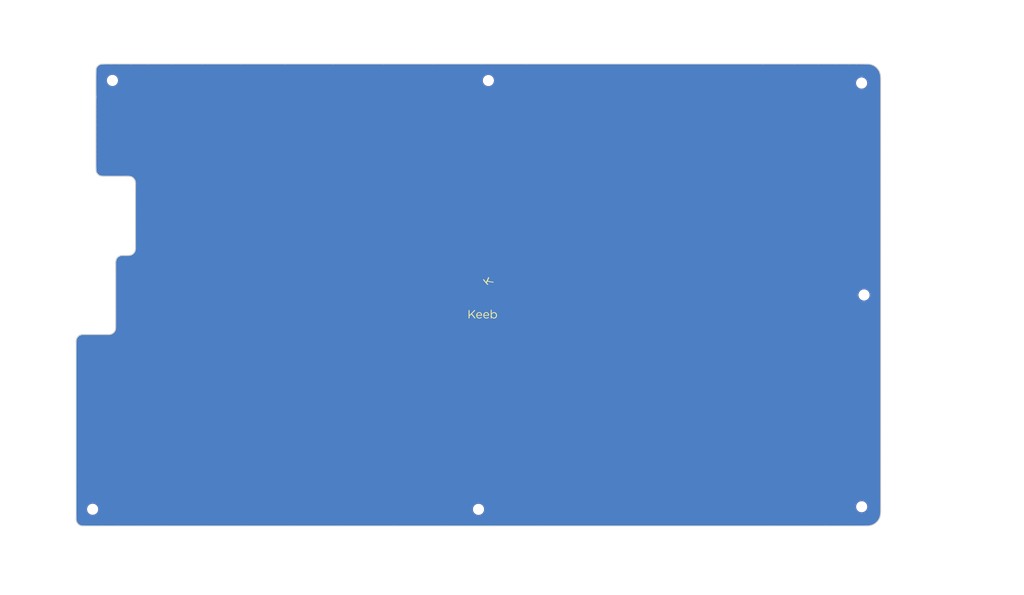
<source format=kicad_pcb>
(kicad_pcb (version 20221018) (generator pcbnew)
  (layers (0 "F.Cu" signal) (31 "B.Cu" signal) (34 "B.Paste" user) (35 "F.Paste" user) (36 "B.SilkS" user "B.Silkscreen") (37 "F.SilkS" user "F.Silkscreen") (38 "B.Mask" user) (39 "F.Mask" user) (44 "Edge.Cuts" user))
  (net 0 "")
  (footprint "Keebio-Art:Keebio-TwoTone" (layer "F.Cu") (at 123.143526 72.990229)
    (fp_text reference "G***" hide)
    (fp_text value "LOGO" hide)
  )
  (footprint "Mounting_Holes:MountingHole_2.2mm_M2" (layer "B.Cu") (at 123.143526 21.360229 180)
    (fp_text reference "REF**" hide)
    (fp_text value "MountingHole_2.2mm_M2" hide)
    (pad "" np_thru_hole circle (at 0 0 180) (size 2.2 2.2) (drill 2.2) (layers "*.Cu" "*.Mask"))
  )
  (footprint "Mounting_Holes:MountingHole_2.2mm_M2" (layer "B.Cu") (at 213.006026 21.970229 180)
    (fp_text reference "REF**" hide)
    (fp_text value "MountingHole_2.2mm_M2" hide)
    (pad "" np_thru_hole circle (at 0 0 180) (size 2.2 2.2) (drill 2.2) (layers "*.Cu" "*.Mask"))
  )
  (footprint "Mounting_Holes:MountingHole_2.2mm_M2" (layer "B.Cu") (at 32.621026 21.340229 180)
    (fp_text reference "REF**" hide)
    (fp_text value "MountingHole_2.2mm_M2" hide)
    (pad "" np_thru_hole circle (at 0 0 180) (size 2.2 2.2) (drill 2.2) (layers "*.Cu" "*.Mask"))
  )
  (footprint "Mounting_Holes:MountingHole_2.2mm_M2" (layer "B.Cu") (at 27.851026 124.590229 180)
    (fp_text reference "REF**" hide)
    (fp_text value "MountingHole_2.2mm_M2" hide)
    (pad "" np_thru_hole circle (at 0 0 180) (size 2.2 2.2) (drill 2.2) (layers "*.Cu" "*.Mask"))
  )
  (footprint "Mounting_Holes:MountingHole_2.2mm_M2" (layer "B.Cu") (at 120.763526 124.610229 180)
    (fp_text reference "REF**" hide)
    (fp_text value "MountingHole_2.2mm_M2" hide)
    (pad "" np_thru_hole circle (at 0 0 180) (size 2.2 2.2) (drill 2.2) (layers "*.Cu" "*.Mask"))
  )
  (footprint "Mounting_Holes:MountingHole_2.2mm_M2" (layer "B.Cu") (at 213.026026 123.980229 180)
    (fp_text reference "REF**" hide)
    (fp_text value "MountingHole_2.2mm_M2" hide)
    (pad "" np_thru_hole circle (at 0 0 180) (size 2.2 2.2) (drill 2.2) (layers "*.Cu" "*.Mask"))
  )
  (footprint "Mounting_Holes:MountingHole_2.2mm_M2" (layer "B.Cu") (at 213.596026 72.990229 180)
    (fp_text reference "REF**" hide)
    (fp_text value "MountingHole_2.2mm_M2" hide)
    (pad "" np_thru_hole circle (at 0 0 180) (size 2.2 2.2) (drill 2.2) (layers "*.Cu" "*.Mask"))
  )
  (gr_line (start 28.633275 25.542096) (end 28.633275 25.42286) (stroke (width 0.2)) (layer "Edge.Cuts"))
  (gr_line (start 33.396033 69.369674) (end 33.396033 68.305576) (stroke (width 0.2)) (layer "Edge.Cuts"))
  (gr_line (start 28.633275 19.318573) (end 28.633275 19.259916) (stroke (width 0.2)) (layer "Edge.Cuts"))
  (gr_line (start 216.31081 127.977636) (end 216.087829 128.130228) (stroke (width 0.2)) (layer "Edge.Cuts"))
  (gr_line (start 38.142541 45.862872) (end 38.127172 45.748717) (stroke (width 0.2)) (layer "Edge.Cuts"))
  (gr_line (start 24.122483 127.867759) (end 24.055481 127.752225) (stroke (width 0.2)) (layer "Edge.Cuts"))
  (gr_line (start 30.661897 17.360222) (end 31.173278 17.360222) (stroke (width 0.2)) (layer "Edge.Cuts"))
  (gr_line (start 28.633275 42.188067) (end 28.633275 41.909016) (stroke (width 0.2)) (layer "Edge.Cuts"))
  (gr_line (start 33.716479 44.410229) (end 33.221753 44.410229) (stroke (width 0.2)) (layer "Edge.Cuts"))
  (gr_line (start 33.396033 78.798691) (end 33.396033 78.001896) (stroke (width 0.2)) (layer "Edge.Cuts"))
  (gr_line (start 23.87127 125.84885) (end 23.87127 125.092024) (stroke (width 0.2)) (layer "Edge.Cuts"))
  (gr_line (start 33.396033 80.511621) (end 33.396033 80.510312) (stroke (width 0.2)) (layer "Edge.Cuts"))
  (gr_line (start 23.87127 87.162174) (end 23.87127 86.04288) (stroke (width 0.2)) (layer "Edge.Cuts"))
  (gr_line (start 24.487974 128.26931) (end 24.384329 128.18036) (stroke (width 0.2)) (layer "Edge.Cuts"))
  (gr_line (start 37.7417 44.937443) (end 37.645453 44.840084) (stroke (width 0.2)) (layer "Edge.Cuts"))
  (gr_line (start 34.867666 63.474214) (end 34.973531 63.465819) (stroke (width 0.2)) (layer "Edge.Cuts"))
  (gr_line (start 38.158512 46.290917) (end 38.158512 46.228192) (stroke (width 0.2)) (layer "Edge.Cuts"))
  (gr_line (start 97.833915 17.360222) (end 109.908927 17.360222) (stroke (width 0.2)) (layer "Edge.Cuts"))
  (gr_line (start 33.396033 71.882318) (end 33.396033 70.579097) (stroke (width 0.2)) (layer "Edge.Cuts"))
  (gr_line (start 25.934568 82.510229) (end 26.040565 82.510229) (stroke (width 0.2)) (layer "Edge.Cuts"))
  (gr_line (start 34.394017 63.581323) (end 34.51546 63.54045) (stroke (width 0.2)) (layer "Edge.Cuts"))
  (gr_line (start 24.597844 128.348677) (end 24.487974 128.26931) (stroke (width 0.2)) (layer "Edge.Cuts"))
  (gr_line (start 23.87127 123.978884) (end 23.87127 122.435468) (stroke (width 0.2)) (layer "Edge.Cuts"))
  (gr_line (start 36.425116 44.410578) (end 36.349927 44.41023) (stroke (width 0.2)) (layer "Edge.Cuts"))
  (gr_line (start 25.516166 128.607817) (end 25.416602 128.602535) (stroke (width 0.2)) (layer "Edge.Cuts"))
  (gr_line (start 33.396033 80.541725) (end 33.396033 80.525437) (stroke (width 0.2)) (layer "Edge.Cuts"))
  (gr_line (start 29.393491 44.170236) (end 29.282 44.09394) (stroke (width 0.2)) (layer "Edge.Cuts"))
  (gr_line (start 33.751577 64.058644) (end 33.842056 63.956186) (stroke (width 0.2)) (layer "Edge.Cuts"))
  (gr_line (start 28.677618 18.626731) (end 28.705997 18.506223) (stroke (width 0.2)) (layer "Edge.Cuts"))
  (gr_line (start 34.037746 128.610215) (end 30.534345 128.610215) (stroke (width 0.2)) (layer "Edge.Cuts"))
  (gr_line (start 33.940742 63.861329) (end 34.046458 63.775247) (stroke (width 0.2)) (layer "Edge.Cuts"))
  (gr_line (start 217.276864 19.150042) (end 217.378943 19.39024) (stroke (width 0.2)) (layer "Edge.Cuts"))
  (gr_line (start 28.305413 82.510229) (end 28.80005 82.510229) (stroke (width 0.2)) (layer "Edge.Cuts"))
  (gr_line (start 213.897759 17.360222) (end 214.034952 17.360261) (stroke (width 0.2)) (layer "Edge.Cuts"))
  (gr_line (start 208.047825 128.610215) (end 204.144755 128.610215) (stroke (width 0.2)) (layer "Edge.Cuts"))
  (gr_line (start 213.951963 128.610215) (end 213.773831 128.610215) (stroke (width 0.2)) (layer "Edge.Cuts"))
  (gr_line (start 37.433697 63.197531) (end 37.543478 63.118005) (stroke (width 0.2)) (layer "Edge.Cuts"))
  (gr_line (start 30.209186 44.404546) (end 30.10319 44.396072) (stroke (width 0.2)) (layer "Edge.Cuts"))
  (gr_line (start 33.396039 65.256936) (end 33.396571 65.179299) (stroke (width 0.2)) (layer "Edge.Cuts"))
  (gr_line (start 31.818535 82.50464) (end 31.9244 82.496245) (stroke (width 0.2)) (layer "Edge.Cuts"))
  (gr_line (start 28.633275 25.359746) (end 28.633275 25.352452) (stroke (width 0.2)) (layer "Edge.Cuts"))
  (gr_line (start 35.359979 63.460229) (end 35.38956 63.460229) (stroke (width 0.2)) (layer "Edge.Cuts"))
  (gr_line (start 38.07205 45.508757) (end 38.029232 45.387451) (stroke (width 0.2)) (layer "Edge.Cuts"))
  (gr_line (start 217.061741 127.192127) (end 216.899858 127.410076) (stroke (width 0.2)) (layer "Edge.Cuts"))
  (gr_line (start 213.068296 17.360222) (end 213.653035 17.360222) (stroke (width 0.2)) (layer "Edge.Cuts"))
  (gr_line (start 36.11923 63.460229) (end 36.146639 63.460229) (stroke (width 0.2)) (layer "Edge.Cuts"))
  (gr_line (start 32.950011 82.014273) (end 33.04049 81.911815) (stroke (width 0.2)) (layer "Edge.Cuts"))
  (gr_line (start 30.519658 44.410229) (end 30.461302 44.410229) (stroke (width 0.2)) (layer "Edge.Cuts"))
  (gr_line (start 33.192129 81.688798) (end 33.25094 81.570588) (stroke (width 0.2)) (layer "Edge.Cuts"))
  (gr_line (start 33.396033 80.510312) (end 33.396033 80.51003) (stroke (width 0.2)) (layer "Edge.Cuts"))
  (gr_line (start 36.614812 63.452433) (end 36.723309 63.442297) (stroke (width 0.2)) (layer "Edge.Cuts"))
  (gr_line (start 46.924885 17.360222) (end 54.349001 17.360222) (stroke (width 0.2)) (layer "Edge.Cuts"))
  (gr_line (start 216.224977 17.930701) (end 216.441078 18.095678) (stroke (width 0.2)) (layer "Edge.Cuts"))
  (gr_line (start 28.633275 42.366865) (end 28.633275 42.188067) (stroke (width 0.2)) (layer "Edge.Cuts"))
  (gr_line (start 37.83067 62.826739) (end 37.908433 62.716003) (stroke (width 0.2)) (layer "Edge.Cuts"))
  (gr_line (start 28.633275 39.16949) (end 28.633275 37.960963) (stroke (width 0.2)) (layer "Edge.Cuts"))
  (gr_line (start 31.183901 82.510229) (end 31.301614 82.510229) (stroke (width 0.2)) (layer "Edge.Cuts"))
  (gr_line (start 23.87127 126.721063) (end 23.87127 126.589408) (stroke (width 0.2)) (layer "Edge.Cuts"))
  (gr_line (start 23.87127 85.281055) (end 23.87127 84.802738) (stroke (width 0.2)) (layer "Edge.Cuts"))
  (gr_line (start 28.74446 18.384702) (end 28.794534 18.264415) (stroke (width 0.2)) (layer "Edge.Cuts"))
  (gr_line (start 25.678794 82.51023) (end 25.740201 82.510229) (stroke (width 0.2)) (layer "Edge.Cuts"))
  (gr_line (start 32.39805 82.389136) (end 32.51778 82.336349) (stroke (width 0.2)) (layer "Edge.Cuts"))
  (gr_line (start 38.158512 61.200913) (end 38.158512 60.919694) (stroke (width 0.2)) (layer "Edge.Cuts"))
  (gr_line (start 28.987476 43.81016) (end 28.906535 43.701186) (stroke (width 0.2)) (layer "Edge.Cuts"))
  (gr_line (start 29.629369 44.288406) (end 29.509682 44.235425) (stroke (width 0.2)) (layer "Edge.Cuts"))
  (gr_line (start 23.87127 107.475183) (end 23.87127 103.703998) (stroke (width 0.2)) (layer "Edge.Cuts"))
  (gr_line (start 29.014754 17.927496) (end 29.107792 17.827172) (stroke (width 0.2)) (layer "Edge.Cuts"))
  (gr_line (start 29.316265 17.651547) (end 29.429351 17.578596) (stroke (width 0.2)) (layer "Edge.Cuts"))
  (gr_line (start 36.288698 44.410229) (end 36.233165 44.410229) (stroke (width 0.2)) (layer "Edge.Cuts"))
  (gr_line (start 35.516118 63.460229) (end 35.565216 63.460229) (stroke (width 0.2)) (layer "Edge.Cuts"))
  (gr_line (start 28.633275 25.352452) (end 28.633275 25.328146) (stroke (width 0.2)) (layer "Edge.Cuts"))
  (gr_line (start 38.158512 46.482159) (end 38.158512 46.366354) (stroke (width 0.2)) (layer "Edge.Cuts"))
  (gr_line (start 23.87127 126.589408) (end 23.87127 126.323324) (stroke (width 0.2)) (layer "Edge.Cuts"))
  (gr_line (start 32.733678 44.410229) (end 32.271171 44.410229) (stroke (width 0.2)) (layer "Edge.Cuts"))
  (gr_line (start 217.60826 97.666711) (end 217.60826 104.985212) (stroke (width 0.2)) (layer "Edge.Cuts"))
  (gr_line (start 85.777005 17.360222) (end 97.833915 17.360222) (stroke (width 0.2)) (layer "Edge.Cuts"))
  (gr_line (start 28.633275 25.328146) (end 28.633275 25.276556) (stroke (width 0.2)) (layer "Edge.Cuts"))
  (gr_line (start 28.633275 20.059837) (end 28.633275 19.811313) (stroke (width 0.2)) (layer "Edge.Cuts"))
  (gr_line (start 28.657789 18.743977) (end 28.677618 18.626731) (stroke (width 0.2)) (layer "Edge.Cuts"))
  (gr_line (start 36.146639 63.460229) (end 36.174274 63.460229) (stroke (width 0.2)) (layer "Edge.Cuts"))
  (gr_line (start 27.823337 82.510229) (end 28.305413 82.510229) (stroke (width 0.2)) (layer "Edge.Cuts"))
  (gr_line (start 33.405059 64.987498) (end 33.416081 64.877832) (stroke (width 0.2)) (layer "Edge.Cuts"))
  (gr_line (start 38.158512 46.945491) (end 38.158512 46.665986) (stroke (width 0.2)) (layer "Edge.Cuts"))
  (gr_line (start 35.38406 44.410229) (end 35.051386 44.410229) (stroke (width 0.2)) (layer "Edge.Cuts"))
  (gr_line (start 32.276607 82.430009) (end 32.39805 82.389136) (stroke (width 0.2)) (layer "Edge.Cuts"))
  (gr_line (start 217.60826 71.17637) (end 217.60826 80.408783) (stroke (width 0.2)) (layer "Edge.Cuts"))
  (gr_line (start 32.851325 82.10913) (end 32.950011 82.014273) (stroke (width 0.2)) (layer "Edge.Cuts"))
  (gr_line (start 26.18608 82.510229) (end 26.382463 82.510229) (stroke (width 0.2)) (layer "Edge.Cuts"))
  (gr_line (start 28.633275 36.58871) (end 28.633275 35.111106) (stroke (width 0.2)) (layer "Edge.Cuts"))
  (gr_line (start 28.670575 43.106625) (end 28.653104 42.99086) (stroke (width 0.2)) (layer "Edge.Cuts"))
  (gr_line (start 28.633275 19.488996) (end 28.633275 19.390879) (stroke (width 0.2)) (layer "Edge.Cuts"))
  (gr_line (start 215.131312 128.509874) (end 214.894887 128.553264) (stroke (width 0.2)) (layer "Edge.Cuts"))
  (gr_line (start 23.87127 84.329215) (end 23.871491 84.256308) (stroke (width 0.2)) (layer "Edge.Cuts"))
  (gr_line (start 217.60826 121.514122) (end 217.60826 123.13841) (stroke (width 0.2)) (layer "Edge.Cuts"))
  (gr_line (start 35.051386 44.410229) (end 34.650212 44.410229) (stroke (width 0.2)) (layer "Edge.Cuts"))
  (gr_line (start 34.198938 44.410229) (end 33.716479 44.410229) (stroke (width 0.2)) (layer "Edge.Cuts"))
  (gr_line (start 28.633275 42.548017) (end 28.633275 42.476489) (stroke (width 0.2)) (layer "Edge.Cuts"))
  (gr_line (start 35.643743 44.410229) (end 35.38406 44.410229) (stroke (width 0.2)) (layer "Edge.Cuts"))
  (gr_line (start 36.052303 63.460229) (end 36.08885 63.460229) (stroke (width 0.2)) (layer "Edge.Cuts"))
  (gr_line (start 28.85695 18.147292) (end 28.930748 18.034594) (stroke (width 0.2)) (layer "Edge.Cuts"))
  (gr_line (start 28.653104 42.99086) (end 28.642172 42.881308) (stroke (width 0.2)) (layer "Edge.Cuts"))
  (gr_line (start 25.679855 128.610214) (end 25.604666 128.609866) (stroke (width 0.2)) (layer "Edge.Cuts"))
  (gr_line (start 38.158512 61.502678) (end 38.158512 61.386023) (stroke (width 0.2)) (layer "Edge.Cuts"))
  (gr_line (start 33.396033 67.434863) (end 33.396033 66.761192) (stroke (width 0.2)) (layer "Edge.Cuts"))
  (gr_line (start 28.731264 43.347802) (end 28.696117 43.226355) (stroke (width 0.2)) (layer "Edge.Cuts"))
  (gr_line (start 33.494656 64.520758) (end 33.541127 64.399871) (stroke (width 0.2)) (layer "Edge.Cuts"))
  (gr_line (start 38.158512 54.598797) (end 38.158512 53.250665) (stroke (width 0.2)) (layer "Edge.Cuts"))
  (gr_line (start 33.670479 64.167527) (end 33.751577 64.058644) (stroke (width 0.2)) (layer "Edge.Cuts"))
  (gr_line (start 24.831551 128.47397) (end 24.712762 128.417286) (stroke (width 0.2)) (layer "Edge.Cuts"))
  (gr_line (start 202.619438 17.360222) (end 206.919113 17.360222) (stroke (width 0.2)) (layer "Edge.Cuts"))
  (gr_line (start 214.456438 128.598847) (end 214.26341 128.607172) (stroke (width 0.2)) (layer "Edge.Cuts"))
  (gr_line (start 217.515796 19.874587) (end 217.556678 20.109751) (stroke (width 0.2)) (layer "Edge.Cuts"))
  (gr_line (start 38.158512 59.222829) (end 38.158512 58.28491) (stroke (width 0.2)) (layer "Edge.Cuts"))
  (gr_line (start 28.633275 28.185991) (end 28.633275 27.286891) (stroke (width 0.2)) (layer "Edge.Cuts"))
  (gr_line (start 33.396033 66.761192) (end 33.396033 66.257522) (stroke (width 0.2)) (layer "Edge.Cuts"))
  (gr_line (start 33.396033 80.525437) (end 33.396033 80.516032) (stroke (width 0.2)) (layer "Edge.Cuts"))
  (gr_line (start 26.641061 82.510229) (end 26.972532 82.510229) (stroke (width 0.2)) (layer "Edge.Cuts"))
  (gr_line (start 33.396033 80.347435) (end 33.396033 80.154486) (stroke (width 0.2)) (layer "Edge.Cuts"))
  (gr_line (start 189.233461 17.360222) (end 196.80231 17.360222) (stroke (width 0.2)) (layer "Edge.Cuts"))
  (gr_line (start 25.768212 128.610215) (end 25.679855 128.610214) (stroke (width 0.2)) (layer "Edge.Cuts"))
  (gr_line (start 100.343212 128.610215) (end 87.797689 128.610215) (stroke (width 0.2)) (layer "Edge.Cuts"))
  (gr_line (start 75.563233 128.610215) (end 64.119557 128.610215) (stroke (width 0.2)) (layer "Edge.Cuts"))
  (gr_line (start 28.633275 21.763597) (end 28.633275 21.252998) (stroke (width 0.2)) (layer "Edge.Cuts"))
  (gr_line (start 28.633275 29.314708) (end 28.633275 28.185991) (stroke (width 0.2)) (layer "Edge.Cuts"))
  (gr_line (start 33.221753 44.410229) (end 32.733678 44.410229) (stroke (width 0.2)) (layer "Edge.Cuts"))
  (gr_line (start 23.87127 86.04288) (end 23.87127 85.281055) (stroke (width 0.2)) (layer "Edge.Cuts"))
  (gr_line (start 214.378531 17.367481) (end 214.583651 17.380695) (stroke (width 0.2)) (layer "Edge.Cuts"))
  (gr_line (start 28.836167 43.586979) (end 28.777548 43.468715) (stroke (width 0.2)) (layer "Edge.Cuts"))
  (gr_line (start 36.290492 63.460229) (end 36.350988 63.460229) (stroke (width 0.2)) (layer "Edge.Cuts"))
  (gr_line (start 23.957732 127.511687) (end 23.925596 127.390515) (stroke (width 0.2)) (layer "Edge.Cuts"))
  (gr_line (start 36.17198 44.410229) (end 36.093796 44.410229) (stroke (width 0.2)) (layer "Edge.Cuts"))
  (gr_line (start 33.396033 80.154486) (end 33.396033 79.849222) (stroke (width 0.2)) (layer "Edge.Cuts"))
  (gr_line (start 217.60826 89.356732) (end 217.60826 97.666711) (stroke (width 0.2)) (layer "Edge.Cuts"))
  (gr_line (start 23.902316 83.850542) (end 23.925171 83.731809) (stroke (width 0.2)) (layer "Edge.Cuts"))
  (gr_line (start 36.174274 63.460229) (end 36.20533 63.460229) (stroke (width 0.2)) (layer "Edge.Cuts"))
  (gr_line (start 28.633275 40.159556) (end 28.633275 39.16949) (stroke (width 0.2)) (layer "Edge.Cuts"))
  (gr_line (start 31.022946 82.510229) (end 31.183901 82.510229) (stroke (width 0.2)) (layer "Edge.Cuts"))
  (gr_line (start 38.158512 59.958307) (end 38.158512 59.222829) (stroke (width 0.2)) (layer "Edge.Cuts"))
  (gr_line (start 217.482576 126.242467) (end 217.412282 126.485359) (stroke (width 0.2)) (layer "Edge.Cuts"))
  (gr_line (start 30.240471 17.364214) (end 30.333561 17.361085) (stroke (width 0.2)) (layer "Edge.Cuts"))
  (gr_line (start 38.151932 61.898703) (end 38.156608 61.800719) (stroke (width 0.2)) (layer "Edge.Cuts"))
  (gr_line (start 29.90909 17.402728) (end 30.025987 17.383503) (stroke (width 0.2)) (layer "Edge.Cuts"))
  (gr_line (start 33.396033 74.564039) (end 33.396033 73.227808) (stroke (width 0.2)) (layer "Edge.Cuts"))
  (gr_line (start 23.87127 125.092024) (end 23.87127 123.978884) (stroke (width 0.2)) (layer "Edge.Cuts"))
  (gr_line (start 37.077086 44.502032) (end 36.95576 44.468487) (stroke (width 0.2)) (layer "Edge.Cuts"))
  (gr_line (start 28.633275 19.390879) (end 28.633275 19.318573) (stroke (width 0.2)) (layer "Edge.Cuts"))
  (gr_line (start 37.431938 44.671767) (end 37.31702 44.603158) (stroke (width 0.2)) (layer "Edge.Cuts"))
  (gr_line (start 217.60826 21.214055) (end 217.60826 21.602283) (stroke (width 0.2)) (layer "Edge.Cuts"))
  (gr_line (start 33.396033 80.51003) (end 33.396033 80.499443) (stroke (width 0.2)) (layer "Edge.Cuts"))
  (gr_line (start 24.712762 128.417286) (end 24.597844 128.348677) (stroke (width 0.2)) (layer "Edge.Cuts"))
  (gr_line (start 217.598684 20.54357) (end 217.605939 20.733228) (stroke (width 0.2)) (layer "Edge.Cuts"))
  (gr_line (start 41.236614 17.360222) (end 46.924885 17.360222) (stroke (width 0.2)) (layer "Edge.Cuts"))
  (gr_line (start 35.324829 63.460229) (end 35.359979 63.460229) (stroke (width 0.2)) (layer "Edge.Cuts"))
  (gr_line (start 35.069879 63.461712) (end 35.154462 63.460359) (stroke (width 0.2)) (layer "Edge.Cuts"))
  (gr_line (start 74.201608 17.360222) (end 85.777005 17.360222) (stroke (width 0.2)) (layer "Edge.Cuts"))
  (gr_line (start 38.158512 46.665986) (end 38.158512 46.482159) (stroke (width 0.2)) (layer "Edge.Cuts"))
  (gr_line (start 35.987261 44.410229) (end 35.841026 44.410229) (stroke (width 0.2)) (layer "Edge.Cuts"))
  (gr_line (start 35.565216 63.460229) (end 35.623019 63.460229) (stroke (width 0.2)) (layer "Edge.Cuts"))
  (gr_line (start 24.286643 83.039025) (end 24.382765 82.941544) (stroke (width 0.2)) (layer "Edge.Cuts"))
  (gr_line (start 30.137197 17.371176) (end 30.240471 17.364214) (stroke (width 0.2)) (layer "Edge.Cuts"))
  (gr_line (start 33.395496 80.791159) (end 33.396028 80.713523) (stroke (width 0.2)) (layer "Edge.Cuts"))
  (gr_line (start 32.271171 44.410229) (end 31.853149 44.410229) (stroke (width 0.2)) (layer "Edge.Cuts"))
  (gr_line (start 30.390484 44.410092) (end 30.3057 44.408708) (stroke (width 0.2)) (layer "Edge.Cuts"))
  (gr_line (start 30.534345 128.610215) (end 28.19744 128.610215) (stroke (width 0.2)) (layer "Edge.Cuts"))
  (gr_line (start 37.647017 63.028915) (end 37.743139 62.931434) (stroke (width 0.2)) (layer "Edge.Cuts"))
  (gr_line (start 124.44859 128.610215) (end 112.720084 128.610215) (stroke (width 0.2)) (layer "Edge.Cuts"))
  (gr_line (start 28.633275 21.252998) (end 28.633275 20.785891) (stroke (width 0.2)) (layer "Edge.Cuts"))
  (gr_line (start 23.887053 83.964607) (end 23.902316 83.850542) (stroke (width 0.2)) (layer "Edge.Cuts"))
  (gr_line (start 196.80231 17.360222) (end 202.619438 17.360222) (stroke (width 0.2)) (layer "Edge.Cuts"))
  (gr_line (start 28.63328 42.612424) (end 28.633275 42.548017) (stroke (width 0.2)) (layer "Edge.Cuts"))
  (gr_line (start 30.025987 17.383503) (end 30.137197 17.371176) (stroke (width 0.2)) (layer "Edge.Cuts"))
  (gr_line (start 28.633275 30.629954) (end 28.633275 29.314708) (stroke (width 0.2)) (layer "Edge.Cuts"))
  (gr_line (start 37.31702 44.603158) (end 37.198231 44.546475) (stroke (width 0.2)) (layer "Edge.Cuts"))
  (gr_line (start 25.416602 128.602535) (end 25.308224 128.592486) (stroke (width 0.2)) (layer "Edge.Cuts"))
  (gr_line (start 24.952696 128.518413) (end 24.831551 128.47397) (stroke (width 0.2)) (layer "Edge.Cuts"))
  (gr_line (start 29.077818 43.912727) (end 28.987476 43.81016) (stroke (width 0.2)) (layer "Edge.Cuts"))
  (gr_line (start 23.87127 120.387815) (end 23.87127 117.772986) (stroke (width 0.2)) (layer "Edge.Cuts"))
  (gr_line (start 29.107792 17.827172) (end 29.208687 17.734798) (stroke (width 0.2)) (layer "Edge.Cuts"))
  (gr_line (start 217.150169 18.916404) (end 217.276864 19.150042) (stroke (width 0.2)) (layer "Edge.Cuts"))
  (gr_line (start 31.508787 82.510229) (end 31.567019 82.510229) (stroke (width 0.2)) (layer "Edge.Cuts"))
  (gr_line (start 28.633275 23.350926) (end 28.633275 22.833104) (stroke (width 0.2)) (layer "Edge.Cuts"))
  (gr_line (start 217.202476 126.963714) (end 217.061741 127.192127) (stroke (width 0.2)) (layer "Edge.Cuts"))
  (gr_line (start 217.60826 124.639802) (end 217.60826 124.877975) (stroke (width 0.2)) (layer "Edge.Cuts"))
  (gr_line (start 33.375985 81.092626) (end 33.387008 80.98296) (stroke (width 0.2)) (layer "Edge.Cuts"))
  (gr_line (start 214.804993 17.404401) (end 215.038059 17.441662) (stroke (width 0.2)) (layer "Edge.Cuts"))
  (gr_line (start 31.173278 17.360222) (end 32.252843 17.360222) (stroke (width 0.2)) (layer "Edge.Cuts"))
  (gr_line (start 25.193281 128.576138) (end 25.074022 128.551958) (stroke (width 0.2)) (layer "Edge.Cuts"))
  (gr_line (start 217.457573 19.633251) (end 217.515796 19.874587) (stroke (width 0.2)) (layer "Edge.Cuts"))
  (gr_line (start 217.602318 125.350193) (end 217.590466 125.552372) (stroke (width 0.2)) (layer "Edge.Cuts"))
  (gr_line (start 36.350988 63.460229) (end 36.426402 63.459866) (stroke (width 0.2)) (layer "Edge.Cuts"))
  (gr_line (start 38.158512 49.569382) (end 38.158512 48.63462) (stroke (width 0.2)) (layer "Edge.Cuts"))
  (gr_line (start 36.349927 44.41023) (end 36.288698 44.410229) (stroke (width 0.2)) (layer "Edge.Cuts"))
  (gr_line (start 38.158291 61.71415) (end 38.158512 61.641244) (stroke (width 0.2)) (layer "Edge.Cuts"))
  (gr_line (start 33.396033 70.579097) (end 33.396033 69.369674) (stroke (width 0.2)) (layer "Edge.Cuts"))
  (gr_line (start 37.20011 63.323195) (end 37.318849 63.266318) (stroke (width 0.2)) (layer "Edge.Cuts"))
  (gr_line (start 36.836501 44.444306) (end 36.721558 44.427958) (stroke (width 0.2)) (layer "Edge.Cuts"))
  (gr_line (start 217.60826 33.026879) (end 217.60826 38.472239) (stroke (width 0.2)) (layer "Edge.Cuts"))
  (gr_line (start 217.608116 20.898723) (end 217.60826 21.036809) (stroke (width 0.2)) (layer "Edge.Cuts"))
  (gr_line (start 26.382463 82.510229) (end 26.641061 82.510229) (stroke (width 0.2)) (layer "Edge.Cuts"))
  (gr_line (start 28.633275 26.602139) (end 28.633275 26.102548) (stroke (width 0.2)) (layer "Edge.Cuts"))
  (gr_line (start 35.225037 63.460229) (end 35.280914 63.460229) (stroke (width 0.2)) (layer "Edge.Cuts"))
  (gr_line (start 33.396033 73.227808) (end 33.396033 71.882318) (stroke (width 0.2)) (layer "Edge.Cuts"))
  (gr_line (start 38.029232 45.387451) (end 37.974301 45.268219) (stroke (width 0.2)) (layer "Edge.Cuts"))
  (gr_line (start 28.633275 19.259916) (end 28.633275 19.202745) (stroke (width 0.2)) (layer "Edge.Cuts"))
  (gr_line (start 33.393 80.881722) (end 33.395496 80.791159) (stroke (width 0.2)) (layer "Edge.Cuts"))
  (gr_line (start 30.8074 82.510229) (end 31.022946 82.510229) (stroke (width 0.2)) (layer "Edge.Cuts"))
  (gr_line (start 34.13419 17.360222) (end 37.050914 17.360222) (stroke (width 0.2)) (layer "Edge.Cuts"))
  (gr_line (start 23.925596 127.390515) (end 23.90261 127.271727) (stroke (width 0.2)) (layer "Edge.Cuts"))
  (gr_line (start 215.373206 128.448664) (end 215.131312 128.509874) (stroke (width 0.2)) (layer "Edge.Cuts"))
  (gr_line (start 214.26341 128.607172) (end 214.093843 128.609941) (stroke (width 0.2)) (layer "Edge.Cuts"))
  (gr_line (start 24.382765 82.941544) (end 24.486304 82.852453) (stroke (width 0.2)) (layer "Edge.Cuts"))
  (gr_line (start 25.60338 82.510593) (end 25.678794 82.51023) (stroke (width 0.2)) (layer "Edge.Cuts"))
  (gr_line (start 204.144755 128.610215) (end 198.765779 128.610215) (stroke (width 0.2)) (layer "Edge.Cuts"))
  (gr_line (start 214.894887 128.553264) (end 214.66843 128.5819) (stroke (width 0.2)) (layer "Edge.Cuts"))
  (gr_line (start 28.633275 41.909016) (end 28.633275 41.498633) (stroke (width 0.2)) (layer "Edge.Cuts"))
  (gr_line (start 33.396033 65.389743) (end 33.396033 65.321249) (stroke (width 0.2)) (layer "Edge.Cuts"))
  (gr_line (start 214.583651 17.380695) (end 214.804993 17.404401) (stroke (width 0.2)) (layer "Edge.Cuts"))
  (gr_line (start 34.046458 63.775247) (end 34.158032 63.699116) (stroke (width 0.2)) (layer "Edge.Cuts"))
  (gr_line (start 30.843284 44.410229) (end 30.726148 44.410229) (stroke (width 0.2)) (layer "Edge.Cuts"))
  (gr_line (start 38.151827 45.970147) (end 38.142541 45.862872) (stroke (width 0.2)) (layer "Edge.Cuts"))
  (gr_line (start 33.396033 80.602518) (end 33.396033 80.566788) (stroke (width 0.2)) (layer "Edge.Cuts"))
  (gr_line (start 28.633275 35.111106) (end 28.633275 33.586529) (stroke (width 0.2)) (layer "Edge.Cuts"))
  (gr_line (start 28.633275 24.249992) (end 28.633275 23.83007) (stroke (width 0.2)) (layer "Edge.Cuts"))
  (gr_line (start 28.906535 43.701186) (end 28.836167 43.586979) (stroke (width 0.2)) (layer "Edge.Cuts"))
  (gr_line (start 38.15828 46.155055) (end 38.156562 46.06829) (stroke (width 0.2)) (layer "Edge.Cuts"))
  (gr_line (start 191.667256 128.610215) (end 135.049016 128.610215) (stroke (width 0.2)) (layer "Edge.Cuts"))
  (gr_line (start 24.121349 83.254456) (end 24.199112 83.14372) (stroke (width 0.2)) (layer "Edge.Cuts"))
  (gr_line (start 25.604666 128.609866) (end 25.516166 128.607817) (stroke (width 0.2)) (layer "Edge.Cuts"))
  (gr_line (start 38.158512 55.921567) (end 38.158512 54.598797) (stroke (width 0.2)) (layer "Edge.Cuts"))
  (gr_line (start 23.957152 83.610658) (end 23.999791 83.489336) (stroke (width 0.2)) (layer "Edge.Cuts"))
  (gr_line (start 23.877955 127.050298) (end 23.87322 126.952154) (stroke (width 0.2)) (layer "Edge.Cuts"))
  (gr_line (start 30.525915 82.510229) (end 30.8074 82.510229) (stroke (width 0.2)) (layer "Edge.Cuts"))
  (gr_line (start 23.87127 93.392682) (end 23.87127 90.769019) (stroke (width 0.2)) (layer "Edge.Cuts"))
  (gr_line (start 32.634035 82.271343) (end 32.745608 82.195211) (stroke (width 0.2)) (layer "Edge.Cuts"))
  (gr_line (start 33.33272 81.328246) (end 33.3584 81.208471) (stroke (width 0.2)) (layer "Edge.Cuts"))
  (gr_line (start 23.925171 83.731809) (end 23.957152 83.610658) (stroke (width 0.2)) (layer "Edge.Cuts"))
  (gr_line (start 33.433666 64.761988) (end 33.459347 64.642213) (stroke (width 0.2)) (layer "Edge.Cuts"))
  (gr_line (start 217.60826 38.472239) (end 217.60826 45.30743) (stroke (width 0.2)) (layer "Edge.Cuts"))
  (gr_line (start 217.60826 21.602283) (end 217.60826 22.382027) (stroke (width 0.2)) (layer "Edge.Cuts"))
  (gr_line (start 30.333561 17.361085) (end 30.414217 17.360254) (stroke (width 0.2)) (layer "Edge.Cuts"))
  (gr_line (start 35.38956 63.460229) (end 35.416768 63.460229) (stroke (width 0.2)) (layer "Edge.Cuts"))
  (gr_line (start 198.765779 128.610215) (end 191.667256 128.610215) (stroke (width 0.2)) (layer "Edge.Cuts"))
  (gr_line (start 217.378943 19.39024) (end 217.457573 19.633251) (stroke (width 0.2)) (layer "Edge.Cuts"))
  (gr_line (start 215.855447 128.260606) (end 215.616073 128.366569) (stroke (width 0.2)) (layer "Edge.Cuts"))
  (gr_line (start 33.396033 80.499443) (end 33.396033 80.453833) (stroke (width 0.2)) (layer "Edge.Cuts"))
  (gr_line (start 36.20533 63.460229) (end 36.243004 63.460229) (stroke (width 0.2)) (layer "Edge.Cuts"))
  (gr_line (start 25.740201 82.510229) (end 25.795735 82.510229) (stroke (width 0.2)) (layer "Edge.Cuts"))
  (gr_line (start 215.278352 17.495546) (end 215.521375 17.569118) (stroke (width 0.2)) (layer "Edge.Cuts"))
  (gr_line (start 53.946379 128.610215) (end 45.511028 128.610215) (stroke (width 0.2)) (layer "Edge.Cuts"))
  (gr_line (start 28.633275 27.286891) (end 28.633275 26.602139) (stroke (width 0.2)) (layer "Edge.Cuts"))
  (gr_line (start 38.158512 47.902153) (end 38.158512 47.348328) (stroke (width 0.2)) (layer "Edge.Cuts"))
  (gr_line (start 35.280914 63.460229) (end 35.324829 63.460229) (stroke (width 0.2)) (layer "Edge.Cuts"))
  (gr_line (start 54.349001 17.360222) (end 63.571136 17.360222) (stroke (width 0.2)) (layer "Edge.Cuts"))
  (gr_line (start 36.006526 63.460229) (end 36.052303 63.460229) (stroke (width 0.2)) (layer "Edge.Cuts"))
  (gr_line (start 23.87127 126.792252) (end 23.87127 126.721063) (stroke (width 0.2)) (layer "Edge.Cuts"))
  (gr_line (start 32.745608 82.195211) (end 32.851325 82.10913) (stroke (width 0.2)) (layer "Edge.Cuts"))
  (gr_line (start 33.842056 63.956186) (end 33.940742 63.861329) (stroke (width 0.2)) (layer "Edge.Cuts"))
  (gr_line (start 25.795735 82.510229) (end 25.856741 82.510229) (stroke (width 0.2)) (layer "Edge.Cuts"))
  (gr_line (start 217.60826 124.120125) (end 217.60826 124.639802) (stroke (width 0.2)) (layer "Edge.Cuts"))
  (gr_line (start 33.541127 64.399871) (end 33.599938 64.281661) (stroke (width 0.2)) (layer "Edge.Cuts"))
  (gr_line (start 24.596085 82.772928) (end 24.710934 82.704141) (stroke (width 0.2)) (layer "Edge.Cuts"))
  (gr_line (start 24.288082 128.083001) (end 24.200408 127.978409) (stroke (width 0.2)) (layer "Edge.Cuts"))
  (gr_line (start 30.575684 44.410229) (end 30.519658 44.410229) (stroke (width 0.2)) (layer "Edge.Cuts"))
  (gr_line (start 217.412282 126.485359) (end 217.319714 126.727185) (stroke (width 0.2)) (layer "Edge.Cuts"))
  (gr_line (start 33.599938 64.281661) (end 33.670479 64.167527) (stroke (width 0.2)) (layer "Edge.Cuts"))
  (gr_line (start 217.590466 125.552372) (end 217.568602 125.771475) (stroke (width 0.2)) (layer "Edge.Cuts"))
  (gr_line (start 112.720084 128.610215) (end 100.343212 128.610215) (stroke (width 0.2)) (layer "Edge.Cuts"))
  (gr_line (start 45.511028 128.610215) (end 38.94939 128.610215) (stroke (width 0.2)) (layer "Edge.Cuts"))
  (gr_line (start 37.318849 63.266318) (end 37.433697 63.197531) (stroke (width 0.2)) (layer "Edge.Cuts"))
  (gr_line (start 28.633275 40.925839) (end 28.633275 40.159556) (stroke (width 0.2)) (layer "Edge.Cuts"))
  (gr_line (start 28.633275 20.38282) (end 28.633275 20.059837) (stroke (width 0.2)) (layer "Edge.Cuts"))
  (gr_line (start 38.158512 61.578533) (end 38.158512 61.502678) (stroke (width 0.2)) (layer "Edge.Cuts"))
  (gr_line (start 217.000893 18.691798) (end 217.150169 18.916404) (stroke (width 0.2)) (layer "Edge.Cuts"))
  (gr_line (start 28.633275 37.960963) (end 28.633275 36.58871) (stroke (width 0.2)) (layer "Edge.Cuts"))
  (gr_line (start 217.60826 25.838207) (end 217.60826 28.875714) (stroke (width 0.2)) (layer "Edge.Cuts"))
  (gr_line (start 28.633275 41.498633) (end 28.633275 40.925839) (stroke (width 0.2)) (layer "Edge.Cuts"))
  (gr_line (start 35.623019 63.460229) (end 35.686919 63.460229) (stroke (width 0.2)) (layer "Edge.Cuts"))
  (gr_line (start 38.158512 61.386023) (end 38.158512 61.200913) (stroke (width 0.2)) (layer "Edge.Cuts"))
  (gr_line (start 38.158512 47.348328) (end 38.158512 46.945491) (stroke (width 0.2)) (layer "Edge.Cuts"))
  (gr_line (start 23.87322 126.952154) (end 23.871503 126.865389) (stroke (width 0.2)) (layer "Edge.Cuts"))
  (gr_line (start 24.950796 82.602638) (end 25.072137 82.568935) (stroke (width 0.2)) (layer "Edge.Cuts"))
  (gr_line (start 217.60826 115.615681) (end 217.60826 119.066724) (stroke (width 0.2)) (layer "Edge.Cuts"))
  (gr_line (start 211.908055 17.360222) (end 213.068296 17.360222) (stroke (width 0.2)) (layer "Edge.Cuts"))
  (gr_line (start 23.87127 90.769019) (end 23.87127 88.7129) (stroke (width 0.2)) (layer "Edge.Cuts"))
  (gr_line (start 36.08885 63.460229) (end 36.11923 63.460229) (stroke (width 0.2)) (layer "Edge.Cuts"))
  (gr_line (start 216.831386 18.478576) (end 217.000893 18.691798) (stroke (width 0.2)) (layer "Edge.Cuts"))
  (gr_line (start 37.975255 62.600402) (end 38.029991 62.481122) (stroke (width 0.2)) (layer "Edge.Cuts"))
  (gr_line (start 31.301614 82.510229) (end 31.387433 82.510229) (stroke (width 0.2)) (layer "Edge.Cuts"))
  (gr_line (start 32.155685 82.460462) (end 32.276607 82.430009) (stroke (width 0.2)) (layer "Edge.Cuts"))
  (gr_line (start 36.723309 63.442297) (end 36.838337 63.425839) (stroke (width 0.2)) (layer "Edge.Cuts"))
  (gr_line (start 29.751344 82.510229) (end 30.170171 82.510229) (stroke (width 0.2)) (layer "Edge.Cuts"))
  (gr_line (start 24.054527 83.370057) (end 24.121349 83.254456) (stroke (width 0.2)) (layer "Edge.Cuts"))
  (gr_line (start 28.633275 25.360427) (end 28.633275 25.359746) (stroke (width 0.2)) (layer "Edge.Cuts"))
  (gr_line (start 23.87127 103.703998) (end 23.87127 100.003759) (stroke (width 0.2)) (layer "Edge.Cuts"))
  (gr_line (start 28.633275 23.83007) (end 28.633275 23.350926) (stroke (width 0.2)) (layer "Edge.Cuts"))
  (gr_line (start 30.485105 17.360222) (end 30.661897 17.360222) (stroke (width 0.2)) (layer "Edge.Cuts"))
  (gr_line (start 37.829374 45.042035) (end 37.7417 44.937443) (stroke (width 0.2)) (layer "Edge.Cuts"))
  (gr_line (start 25.306473 82.528161) (end 25.414971 82.518026) (stroke (width 0.2)) (layer "Edge.Cuts"))
  (gr_line (start 38.07263 62.359801) (end 38.104611 62.23865) (stroke (width 0.2)) (layer "Edge.Cuts"))
  (gr_line (start 215.521375 17.569118) (end 215.762628 17.665444) (stroke (width 0.2)) (layer "Edge.Cuts"))
  (gr_line (start 23.87127 126.323324) (end 23.87127 125.84885) (stroke (width 0.2)) (layer "Edge.Cuts"))
  (gr_line (start 217.568602 125.771475) (end 217.53366 126.003006) (stroke (width 0.2)) (layer "Edge.Cuts"))
  (gr_line (start 28.633275 25.372033) (end 28.633275 25.360427) (stroke (width 0.2)) (layer "Edge.Cuts"))
  (gr_line (start 38.158512 60.51471) (end 38.158512 59.958307) (stroke (width 0.2)) (layer "Edge.Cuts"))
  (gr_line (start 28.19744 128.610215) (end 26.785282 128.610215) (stroke (width 0.2)) (layer "Edge.Cuts"))
  (gr_line (start 33.396033 80.650804) (end 33.396033 80.602518) (stroke (width 0.2)) (layer "Edge.Cuts"))
  (gr_line (start 25.856741 82.510229) (end 25.934568 82.510229) (stroke (width 0.2)) (layer "Edge.Cuts"))
  (gr_line (start 28.633275 26.102548) (end 28.633275 25.758929) (stroke (width 0.2)) (layer "Edge.Cuts"))
  (gr_line (start 33.121587 81.802932) (end 33.192129 81.688798) (stroke (width 0.2)) (layer "Edge.Cuts"))
  (gr_line (start 35.822573 63.460229) (end 35.889105 63.460229) (stroke (width 0.2)) (layer "Edge.Cuts"))
  (gr_line (start 214.66843 128.5819) (end 214.456438 128.598847) (stroke (width 0.2)) (layer "Edge.Cuts"))
  (gr_line (start 28.633275 24.855373) (end 28.633275 24.591935) (stroke (width 0.2)) (layer "Edge.Cuts"))
  (gr_line (start 35.476851 63.460229) (end 35.516118 63.460229) (stroke (width 0.2)) (layer "Edge.Cuts"))
  (gr_line (start 33.416081 64.877832) (end 33.433666 64.761988) (stroke (width 0.2)) (layer "Edge.Cuts"))
  (gr_line (start 26.785282 128.610215) (end 26.056122 128.610215) (stroke (width 0.2)) (layer "Edge.Cuts"))
  (gr_line (start 29.54677 17.517119) (end 29.667233 17.468004) (stroke (width 0.2)) (layer "Edge.Cuts"))
  (gr_line (start 37.907299 45.152685) (end 37.829374 45.042035) (stroke (width 0.2)) (layer "Edge.Cuts"))
  (gr_line (start 29.667233 17.468004) (end 29.788756 17.430384) (stroke (width 0.2)) (layer "Edge.Cuts"))
  (gr_line (start 23.87127 88.7129) (end 23.87127 87.162174) (stroke (width 0.2)) (layer "Edge.Cuts"))
  (gr_line (start 217.60826 62.013002) (end 217.60826 71.17637) (stroke (width 0.2)) (layer "Edge.Cuts"))
  (gr_line (start 29.989962 44.381754) (end 29.871749 44.360059) (stroke (width 0.2)) (layer "Edge.Cuts"))
  (gr_line (start 210.718628 128.610215) (end 208.047825 128.610215) (stroke (width 0.2)) (layer "Edge.Cuts"))
  (gr_line (start 37.078986 63.36782) (end 37.20011 63.323195) (stroke (width 0.2)) (layer "Edge.Cuts"))
  (gr_line (start 23.87127 84.533967) (end 23.87127 84.40078) (stroke (width 0.2)) (layer "Edge.Cuts"))
  (gr_line (start 31.003489 44.410229) (end 30.843284 44.410229) (stroke (width 0.2)) (layer "Edge.Cuts"))
  (gr_line (start 24.199112 83.14372) (end 24.286643 83.039025) (stroke (width 0.2)) (layer "Edge.Cuts"))
  (gr_line (start 38.127172 45.748717) (end 38.104186 45.629929) (stroke (width 0.2)) (layer "Edge.Cuts"))
  (gr_line (start 209.936823 17.360222) (end 211.908055 17.360222) (stroke (width 0.2)) (layer "Edge.Cuts"))
  (gr_line (start 30.461302 44.410229) (end 30.390484 44.410092) (stroke (width 0.2)) (layer "Edge.Cuts"))
  (gr_line (start 35.686919 63.460229) (end 35.754308 63.460229) (stroke (width 0.2)) (layer "Edge.Cuts"))
  (gr_line (start 28.696117 43.226355) (end 28.670575 43.106625) (stroke (width 0.2)) (layer "Edge.Cuts"))
  (gr_line (start 37.743139 62.931434) (end 37.83067 62.826739) (stroke (width 0.2)) (layer "Edge.Cuts"))
  (gr_line (start 28.80005 82.510229) (end 29.288332 82.510229) (stroke (width 0.2)) (layer "Edge.Cuts"))
  (gr_line (start 217.60826 23.733823) (end 217.60826 25.838207) (stroke (width 0.2)) (layer "Edge.Cuts"))
  (gr_line (start 31.498505 44.410229) (end 31.218113 44.410229) (stroke (width 0.2)) (layer "Edge.Cuts"))
  (gr_line (start 33.396033 79.849222) (end 33.396033 79.405878) (stroke (width 0.2)) (layer "Edge.Cuts"))
  (gr_line (start 35.841026 44.410229) (end 35.643743 44.410229) (stroke (width 0.2)) (layer "Edge.Cuts"))
  (gr_line (start 33.387008 80.98296) (end 33.393 80.881722) (stroke (width 0.2)) (layer "Edge.Cuts"))
  (gr_line (start 213.337991 128.610215) (end 212.400804 128.610215) (stroke (width 0.2)) (layer "Edge.Cuts"))
  (gr_line (start 132.259612 17.360222) (end 189.233461 17.360222) (stroke (width 0.2)) (layer "Edge.Cuts"))
  (gr_line (start 217.60826 119.066724) (end 217.60826 121.514122) (stroke (width 0.2)) (layer "Edge.Cuts"))
  (gr_line (start 26.972532 82.510229) (end 27.372738 82.510229) (stroke (width 0.2)) (layer "Edge.Cuts"))
  (gr_line (start 36.95576 44.468487) (end 36.836501 44.444306) (stroke (width 0.2)) (layer "Edge.Cuts"))
  (gr_line (start 38.142729 62.005851) (end 38.151932 61.898703) (stroke (width 0.2)) (layer "Edge.Cuts"))
  (gr_line (start 38.158512 57.167447) (end 38.158512 55.921567) (stroke (width 0.2)) (layer "Edge.Cuts"))
  (gr_line (start 31.637605 82.5101) (end 31.722187 82.508747) (stroke (width 0.2)) (layer "Edge.Cuts"))
  (gr_line (start 31.387433 82.510229) (end 31.452708 82.510229) (stroke (width 0.2)) (layer "Edge.Cuts"))
  (gr_line (start 28.930748 18.034594) (end 29.014754 17.927496) (stroke (width 0.2)) (layer "Edge.Cuts"))
  (gr_line (start 29.788756 17.430384) (end 29.90909 17.402728) (stroke (width 0.2)) (layer "Edge.Cuts"))
  (gr_line (start 135.049016 128.610215) (end 124.44859 128.610215) (stroke (width 0.2)) (layer "Edge.Cuts"))
  (gr_line (start 217.60826 104.985212) (end 217.60826 110.980457) (stroke (width 0.2)) (layer "Edge.Cuts"))
  (gr_line (start 33.396033 80.516032) (end 33.396033 80.511621) (stroke (width 0.2)) (layer "Edge.Cuts"))
  (gr_line (start 28.633275 33.586529) (end 28.633275 32.073352) (stroke (width 0.2)) (layer "Edge.Cuts"))
  (gr_line (start 217.53366 126.003006) (end 217.482576 126.242467) (stroke (width 0.2)) (layer "Edge.Cuts"))
  (gr_line (start 63.571136 17.360222) (end 74.201608 17.360222) (stroke (width 0.2)) (layer "Edge.Cuts"))
  (gr_line (start 33.396571 65.179299) (end 33.399066 65.088737) (stroke (width 0.2)) (layer "Edge.Cuts"))
  (gr_line (start 34.51546 63.54045) (end 34.636382 63.509996) (stroke (width 0.2)) (layer "Edge.Cuts"))
  (gr_line (start 26.040565 82.510229) (end 26.18608 82.510229) (stroke (width 0.2)) (layer "Edge.Cuts"))
  (gr_line (start 33.3584 81.208471) (end 33.375985 81.092626) (stroke (width 0.2)) (layer "Edge.Cuts"))
  (gr_line (start 24.486304 82.852453) (end 24.596085 82.772928) (stroke (width 0.2)) (layer "Edge.Cuts"))
  (gr_line (start 23.87127 96.518606) (end 23.87127 93.392682) (stroke (width 0.2)) (layer "Edge.Cuts"))
  (gr_line (start 23.87785 84.071756) (end 23.887053 83.964607) (stroke (width 0.2)) (layer "Edge.Cuts"))
  (gr_line (start 33.396033 68.305576) (end 33.396033 67.434863) (stroke (width 0.2)) (layer "Edge.Cuts"))
  (gr_line (start 29.429351 17.578596) (end 29.54677 17.517119) (stroke (width 0.2)) (layer "Edge.Cuts"))
  (gr_line (start 28.794534 18.264415) (end 28.85695 18.147292) (stroke (width 0.2)) (layer "Edge.Cuts"))
  (gr_line (start 28.633324 19.135363) (end 28.634279 19.053654) (stroke (width 0.2)) (layer "Edge.Cuts"))
  (gr_line (start 32.51778 82.336349) (end 32.634035 82.271343) (stroke (width 0.2)) (layer "Edge.Cuts"))
  (gr_line (start 37.198231 44.546475) (end 37.077086 44.502032) (stroke (width 0.2)) (layer "Edge.Cuts"))
  (gr_line (start 23.87127 111.173171) (end 23.87127 107.475183) (stroke (width 0.2)) (layer "Edge.Cuts"))
  (gr_line (start 31.567019 82.510229) (end 31.637605 82.5101) (stroke (width 0.2)) (layer "Edge.Cuts"))
  (gr_line (start 216.087829 128.130228) (end 215.855447 128.260606) (stroke (width 0.2)) (layer "Edge.Cuts"))
  (gr_line (start 216.441078 18.095678) (end 216.643998 18.279086) (stroke (width 0.2)) (layer "Edge.Cuts"))
  (gr_line (start 23.871491 84.256308) (end 23.873174 84.169739) (stroke (width 0.2)) (layer "Edge.Cuts"))
  (gr_line (start 217.60826 45.30743) (end 217.60826 53.272186) (stroke (width 0.2)) (layer "Edge.Cuts"))
  (gr_line (start 33.396033 65.649562) (end 33.396033 65.489963) (stroke (width 0.2)) (layer "Edge.Cuts"))
  (gr_line (start 37.974301 45.268219) (end 37.907299 45.152685) (stroke (width 0.2)) (layer "Edge.Cuts"))
  (gr_line (start 25.072137 82.568935) (end 25.191445 82.54462) (stroke (width 0.2)) (layer "Edge.Cuts"))
  (gr_line (start 25.074022 128.551958) (end 24.952696 128.518413) (stroke (width 0.2)) (layer "Edge.Cuts"))
  (gr_line (start 34.754534 63.488428) (end 34.867666 63.474214) (stroke (width 0.2)) (layer "Edge.Cuts"))
  (gr_line (start 35.889105 63.460229) (end 35.951293 63.460229) (stroke (width 0.2)) (layer "Edge.Cuts"))
  (gr_line (start 33.396033 66.257522) (end 33.396033 65.896197) (stroke (width 0.2)) (layer "Edge.Cuts"))
  (gr_line (start 23.873174 84.169739) (end 23.87785 84.071756) (stroke (width 0.2)) (layer "Edge.Cuts"))
  (gr_line (start 24.055481 127.752225) (end 24.00055 127.632993) (stroke (width 0.2)) (layer "Edge.Cuts"))
  (gr_line (start 34.158032 63.699116) (end 34.274287 63.63411) (stroke (width 0.2)) (layer "Edge.Cuts"))
  (gr_line (start 24.00055 127.632993) (end 23.957732 127.511687) (stroke (width 0.2)) (layer "Edge.Cuts"))
  (gr_line (start 33.297411 81.449701) (end 33.33272 81.328246) (stroke (width 0.2)) (layer "Edge.Cuts"))
  (gr_line (start 33.396033 79.405878) (end 33.396033 78.798691) (stroke (width 0.2)) (layer "Edge.Cuts"))
  (gr_line (start 217.607225 125.169438) (end 217.602318 125.350193) (stroke (width 0.2)) (layer "Edge.Cuts"))
  (gr_line (start 30.170171 82.510229) (end 30.525915 82.510229) (stroke (width 0.2)) (layer "Edge.Cuts"))
  (gr_line (start 87.797689 128.610215) (end 75.563233 128.610215) (stroke (width 0.2)) (layer "Edge.Cuts"))
  (gr_line (start 28.636246 42.780219) (end 28.633793 42.689841) (stroke (width 0.2)) (layer "Edge.Cuts"))
  (gr_line (start 30.10319 44.396072) (end 29.989962 44.381754) (stroke (width 0.2)) (layer "Edge.Cuts"))
  (gr_line (start 28.633275 25.187412) (end 28.633275 25.050441) (stroke (width 0.2)) (layer "Edge.Cuts"))
  (gr_line (start 217.60826 124.877975) (end 217.608251 125.014604) (stroke (width 0.2)) (layer "Edge.Cuts"))
  (gr_line (start 35.951293 63.460229) (end 36.006526 63.460229) (stroke (width 0.2)) (layer "Edge.Cuts"))
  (gr_line (start 217.556678 20.109751) (end 217.583286 20.334245) (stroke (width 0.2)) (layer "Edge.Cuts"))
  (gr_line (start 213.653035 17.360222) (end 213.897759 17.360222) (stroke (width 0.2)) (layer "Edge.Cuts"))
  (gr_line (start 28.633275 22.833104) (end 28.633275 22.297147) (stroke (width 0.2)) (layer "Edge.Cuts"))
  (gr_line (start 37.645453 44.840084) (end 37.541808 44.751134) (stroke (width 0.2)) (layer "Edge.Cuts"))
  (gr_line (start 38.158512 61.641244) (end 38.158512 61.578533) (stroke (width 0.2)) (layer "Edge.Cuts"))
  (gr_line (start 28.633275 25.276556) (end 28.633275 25.187412) (stroke (width 0.2)) (layer "Edge.Cuts"))
  (gr_line (start 23.87127 122.435468) (end 23.87127 120.387815) (stroke (width 0.2)) (layer "Edge.Cuts"))
  (gr_line (start 36.233165 44.410229) (end 36.17198 44.410229) (stroke (width 0.2)) (layer "Edge.Cuts"))
  (gr_line (start 28.633275 19.202745) (end 28.633324 19.135363) (stroke (width 0.2)) (layer "Edge.Cuts"))
  (gr_line (start 217.60826 110.980457) (end 217.60826 115.615681) (stroke (width 0.2)) (layer "Edge.Cuts"))
  (gr_line (start 28.633275 32.073352) (end 28.633275 30.629954) (stroke (width 0.2)) (layer "Edge.Cuts"))
  (gr_line (start 34.650212 44.410229) (end 34.198938 44.410229) (stroke (width 0.2)) (layer "Edge.Cuts"))
  (gr_line (start 215.998044 17.786507) (end 216.224977 17.930701) (stroke (width 0.2)) (layer "Edge.Cuts"))
  (gr_line (start 24.829672 82.647264) (end 24.950796 82.602638) (stroke (width 0.2)) (layer "Edge.Cuts"))
  (gr_line (start 33.396033 65.321249) (end 33.396039 65.256936) (stroke (width 0.2)) (layer "Edge.Cuts"))
  (gr_line (start 29.750802 44.329454) (end 29.629369 44.288406) (stroke (width 0.2)) (layer "Edge.Cuts"))
  (gr_line (start 109.908927 17.360222) (end 121.53863 17.360222) (stroke (width 0.2)) (layer "Edge.Cuts"))
  (gr_line (start 23.87127 100.003759) (end 23.87127 96.518606) (stroke (width 0.2)) (layer "Edge.Cuts"))
  (gr_line (start 28.633275 20.785891) (end 28.633275 20.38282) (stroke (width 0.2)) (layer "Edge.Cuts"))
  (gr_line (start 33.396033 78.001896) (end 33.396033 77.002611) (stroke (width 0.2)) (layer "Edge.Cuts"))
  (gr_line (start 26.056122 128.610215) (end 25.768212 128.610215) (stroke (width 0.2)) (layer "Edge.Cuts"))
  (gr_line (start 38.158512 46.366354) (end 38.158512 46.290917) (stroke (width 0.2)) (layer "Edge.Cuts"))
  (gr_line (start 36.838337 63.425839) (end 36.957645 63.401524) (stroke (width 0.2)) (layer "Edge.Cuts"))
  (gr_line (start 217.60826 21.036809) (end 217.60826 21.214055) (stroke (width 0.2)) (layer "Edge.Cuts"))
  (gr_line (start 38.158512 53.250665) (end 38.158512 51.9287) (stroke (width 0.2)) (layer "Edge.Cuts"))
  (gr_line (start 28.637653 18.959688) (end 28.644979 18.855713) (stroke (width 0.2)) (layer "Edge.Cuts"))
  (gr_line (start 23.87127 84.40078) (end 23.87127 84.329215) (stroke (width 0.2)) (layer "Edge.Cuts"))
  (gr_line (start 24.384329 128.18036) (end 24.288082 128.083001) (stroke (width 0.2)) (layer "Edge.Cuts"))
  (gr_line (start 217.60826 22.382027) (end 217.60826 23.733823) (stroke (width 0.2)) (layer "Edge.Cuts"))
  (gr_line (start 23.87127 117.772986) (end 23.87127 114.653819) (stroke (width 0.2)) (layer "Edge.Cuts"))
  (gr_line (start 34.274287 63.63411) (end 34.394017 63.581323) (stroke (width 0.2)) (layer "Edge.Cuts"))
  (gr_line (start 28.633275 24.591935) (end 28.633275 24.249992) (stroke (width 0.2)) (layer "Edge.Cuts"))
  (gr_line (start 28.644979 18.855713) (end 28.657789 18.743977) (stroke (width 0.2)) (layer "Edge.Cuts"))
  (gr_line (start 28.633275 25.758929) (end 28.633275 25.542096) (stroke (width 0.2)) (layer "Edge.Cuts"))
  (gr_line (start 36.426402 63.459866) (end 36.515093 63.457778) (stroke (width 0.2)) (layer "Edge.Cuts"))
  (gr_line (start 32.037533 82.48203) (end 32.155685 82.460462) (stroke (width 0.2)) (layer "Edge.Cuts"))
  (gr_line (start 217.608251 125.014604) (end 217.607225 125.169438) (stroke (width 0.2)) (layer "Edge.Cuts"))
  (gr_line (start 206.919113 17.360222) (end 209.936823 17.360222) (stroke (width 0.2)) (layer "Edge.Cuts"))
  (gr_line (start 25.308224 128.592486) (end 25.193281 128.576138) (stroke (width 0.2)) (layer "Edge.Cuts"))
  (gr_line (start 28.642172 42.881308) (end 28.636246 42.780219) (stroke (width 0.2)) (layer "Edge.Cuts"))
  (gr_line (start 215.762628 17.665444) (end 215.998044 17.786507) (stroke (width 0.2)) (layer "Edge.Cuts"))
  (gr_line (start 25.191445 82.54462) (end 25.306473 82.528161) (stroke (width 0.2)) (layer "Edge.Cuts"))
  (gr_line (start 35.416768 63.460229) (end 35.4448 63.460229) (stroke (width 0.2)) (layer "Edge.Cuts"))
  (gr_line (start 214.034952 17.360261) (end 214.194133 17.361691) (stroke (width 0.2)) (layer "Edge.Cuts"))
  (gr_line (start 38.156562 46.06829) (end 38.151827 45.970147) (stroke (width 0.2)) (layer "Edge.Cuts"))
  (gr_line (start 216.719175 127.61521) (end 216.522042 127.80518) (stroke (width 0.2)) (layer "Edge.Cuts"))
  (gr_line (start 33.04049 81.911815) (end 33.121587 81.802932) (stroke (width 0.2)) (layer "Edge.Cuts"))
  (gr_line (start 64.119557 128.610215) (end 53.946379 128.610215) (stroke (width 0.2)) (layer "Edge.Cuts"))
  (gr_line (start 28.633275 22.297147) (end 28.633275 21.763597) (stroke (width 0.2)) (layer "Edge.Cuts"))
  (gr_line (start 29.176384 44.007712) (end 29.077818 43.912727) (stroke (width 0.2)) (layer "Edge.Cuts"))
  (gr_line (start 29.871749 44.360059) (end 29.750802 44.329454) (stroke (width 0.2)) (layer "Edge.Cuts"))
  (gr_line (start 28.633275 42.476489) (end 28.633275 42.366865) (stroke (width 0.2)) (layer "Edge.Cuts"))
  (gr_line (start 33.396033 65.489963) (end 33.396033 65.389743) (stroke (width 0.2)) (layer "Edge.Cuts"))
  (gr_line (start 214.194133 17.361691) (end 214.378531 17.367481) (stroke (width 0.2)) (layer "Edge.Cuts"))
  (gr_line (start 28.634279 19.053654) (end 28.637653 18.959688) (stroke (width 0.2)) (layer "Edge.Cuts"))
  (gr_line (start 35.4448 63.460229) (end 35.476851 63.460229) (stroke (width 0.2)) (layer "Edge.Cuts"))
  (gr_line (start 217.60826 123.13841) (end 217.60826 124.120125) (stroke (width 0.2)) (layer "Edge.Cuts"))
  (gr_line (start 23.999791 83.489336) (end 24.054527 83.370057) (stroke (width 0.2)) (layer "Edge.Cuts"))
  (gr_line (start 38.029991 62.481122) (end 38.07263 62.359801) (stroke (width 0.2)) (layer "Edge.Cuts"))
  (gr_line (start 217.319714 126.727185) (end 217.202476 126.963714) (stroke (width 0.2)) (layer "Edge.Cuts"))
  (gr_line (start 35.754308 63.460229) (end 35.822573 63.460229) (stroke (width 0.2)) (layer "Edge.Cuts"))
  (gr_line (start 30.3057 44.408708) (end 30.209186 44.404546) (stroke (width 0.2)) (layer "Edge.Cuts"))
  (gr_line (start 33.396028 80.713523) (end 33.396033 80.650804) (stroke (width 0.2)) (layer "Edge.Cuts"))
  (gr_line (start 215.038059 17.441662) (end 215.278352 17.495546) (stroke (width 0.2)) (layer "Edge.Cuts"))
  (gr_line (start 23.87127 84.802738) (end 23.87127 84.533967) (stroke (width 0.2)) (layer "Edge.Cuts"))
  (gr_line (start 31.722187 82.508747) (end 31.818535 82.50464) (stroke (width 0.2)) (layer "Edge.Cuts"))
  (gr_line (start 217.605939 20.733228) (end 217.608116 20.898723) (stroke (width 0.2)) (layer "Edge.Cuts"))
  (gr_line (start 37.050914 17.360222) (end 41.236614 17.360222) (stroke (width 0.2)) (layer "Edge.Cuts"))
  (gr_line (start 38.156608 61.800719) (end 38.158291 61.71415) (stroke (width 0.2)) (layer "Edge.Cuts"))
  (gr_line (start 216.522042 127.80518) (end 216.31081 127.977636) (stroke (width 0.2)) (layer "Edge.Cuts"))
  (gr_line (start 31.853149 44.410229) (end 31.498505 44.410229) (stroke (width 0.2)) (layer "Edge.Cuts"))
  (gr_line (start 36.243004 63.460229) (end 36.290492 63.460229) (stroke (width 0.2)) (layer "Edge.Cuts"))
  (gr_line (start 23.90261 127.271727) (end 23.887241 127.157572) (stroke (width 0.2)) (layer "Edge.Cuts"))
  (gr_line (start 36.515093 63.457778) (end 36.614812 63.452433) (stroke (width 0.2)) (layer "Edge.Cuts"))
  (gr_line (start 37.541808 44.751134) (end 37.431938 44.671767) (stroke (width 0.2)) (layer "Edge.Cuts"))
  (gr_line (start 38.104186 45.629929) (end 38.07205 45.508757) (stroke (width 0.2)) (layer "Edge.Cuts"))
  (gr_line (start 38.158512 50.684429) (end 38.158512 49.569382) (stroke (width 0.2)) (layer "Edge.Cuts"))
  (gr_line (start 31.218113 44.410229) (end 31.003489 44.410229) (stroke (width 0.2)) (layer "Edge.Cuts"))
  (gr_line (start 33.396033 80.453833) (end 33.396033 80.347435) (stroke (width 0.2)) (layer "Edge.Cuts"))
  (gr_line (start 217.60826 28.875714) (end 217.60826 33.026879) (stroke (width 0.2)) (layer "Edge.Cuts"))
  (gr_line (start 27.372738 82.510229) (end 27.823337 82.510229) (stroke (width 0.2)) (layer "Edge.Cuts"))
  (gr_line (start 29.509682 44.235425) (end 29.393491 44.170236) (stroke (width 0.2)) (layer "Edge.Cuts"))
  (gr_line (start 31.452708 82.510229) (end 31.508787 82.510229) (stroke (width 0.2)) (layer "Edge.Cuts"))
  (gr_line (start 29.208687 17.734798) (end 29.316265 17.651547) (stroke (width 0.2)) (layer "Edge.Cuts"))
  (gr_line (start 215.616073 128.366569) (end 215.373206 128.448664) (stroke (width 0.2)) (layer "Edge.Cuts"))
  (gr_line (start 37.908433 62.716003) (end 37.975255 62.600402) (stroke (width 0.2)) (layer "Edge.Cuts"))
  (gr_line (start 31.9244 82.496245) (end 32.037533 82.48203) (stroke (width 0.2)) (layer "Edge.Cuts"))
  (gr_line (start 216.899858 127.410076) (end 216.719175 127.61521) (stroke (width 0.2)) (layer "Edge.Cuts"))
  (gr_line (start 38.104611 62.23865) (end 38.127466 62.119917) (stroke (width 0.2)) (layer "Edge.Cuts"))
  (gr_line (start 213.773831 128.610215) (end 213.337991 128.610215) (stroke (width 0.2)) (layer "Edge.Cuts"))
  (gr_line (start 216.643998 18.279086) (end 216.831386 18.478576) (stroke (width 0.2)) (layer "Edge.Cuts"))
  (gr_line (start 30.640731 44.410229) (end 30.575684 44.410229) (stroke (width 0.2)) (layer "Edge.Cuts"))
  (gr_line (start 212.400804 128.610215) (end 210.718628 128.610215) (stroke (width 0.2)) (layer "Edge.Cuts"))
  (gr_line (start 36.957645 63.401524) (end 37.078986 63.36782) (stroke (width 0.2)) (layer "Edge.Cuts"))
  (gr_line (start 25.414971 82.518026) (end 25.514689 82.512681) (stroke (width 0.2)) (layer "Edge.Cuts"))
  (gr_line (start 34.636382 63.509996) (end 34.754534 63.488428) (stroke (width 0.2)) (layer "Edge.Cuts"))
  (gr_line (start 36.093796 44.410229) (end 35.987261 44.410229) (stroke (width 0.2)) (layer "Edge.Cuts"))
  (gr_line (start 28.633275 25.050441) (end 28.633275 24.855373) (stroke (width 0.2)) (layer "Edge.Cuts"))
  (gr_line (start 29.288332 82.510229) (end 29.751344 82.510229) (stroke (width 0.2)) (layer "Edge.Cuts"))
  (gr_line (start 30.414217 17.360254) (end 30.485105 17.360222) (stroke (width 0.2)) (layer "Edge.Cuts"))
  (gr_line (start 38.158512 51.9287) (end 38.158512 50.684429) (stroke (width 0.2)) (layer "Edge.Cuts"))
  (gr_line (start 217.583286 20.334245) (end 217.598684 20.54357) (stroke (width 0.2)) (layer "Edge.Cuts"))
  (gr_line (start 33.396033 75.839483) (end 33.396033 74.564039) (stroke (width 0.2)) (layer "Edge.Cuts"))
  (gr_line (start 33.25094 81.570588) (end 33.297411 81.449701) (stroke (width 0.2)) (layer "Edge.Cuts"))
  (gr_line (start 38.158512 60.919694) (end 38.158512 60.51471) (stroke (width 0.2)) (layer "Edge.Cuts"))
  (gr_line (start 37.543478 63.118005) (end 37.647017 63.028915) (stroke (width 0.2)) (layer "Edge.Cuts"))
  (gr_line (start 214.093843 128.609941) (end 213.951963 128.610215) (stroke (width 0.2)) (layer "Edge.Cuts"))
  (gr_line (start 34.973531 63.465819) (end 35.069879 63.461712) (stroke (width 0.2)) (layer "Edge.Cuts"))
  (gr_line (start 121.53863 17.360222) (end 132.259612 17.360222) (stroke (width 0.2)) (layer "Edge.Cuts"))
  (gr_line (start 33.459347 64.642213) (end 33.494656 64.520758) (stroke (width 0.2)) (layer "Edge.Cuts"))
  (gr_line (start 38.158512 48.63462) (end 38.158512 47.902153) (stroke (width 0.2)) (layer "Edge.Cuts"))
  (gr_line (start 28.633275 19.811313) (end 28.633275 19.625086) (stroke (width 0.2)) (layer "Edge.Cuts"))
  (gr_line (start 35.154462 63.460359) (end 35.225037 63.460229) (stroke (width 0.2)) (layer "Edge.Cuts"))
  (gr_line (start 217.60826 53.272186) (end 217.60826 62.013002) (stroke (width 0.2)) (layer "Edge.Cuts"))
  (gr_line (start 33.399066 65.088737) (end 33.405059 64.987498) (stroke (width 0.2)) (layer "Edge.Cuts"))
  (gr_line (start 28.633793 42.689841) (end 28.63328 42.612424) (stroke (width 0.2)) (layer "Edge.Cuts"))
  (gr_line (start 24.710934 82.704141) (end 24.829672 82.647264) (stroke (width 0.2)) (layer "Edge.Cuts"))
  (gr_line (start 23.871503 126.865389) (end 23.87127 126.792252) (stroke (width 0.2)) (layer "Edge.Cuts"))
  (gr_line (start 38.158512 46.228192) (end 38.15828 46.155055) (stroke (width 0.2)) (layer "Edge.Cuts"))
  (gr_line (start 38.127466 62.119917) (end 38.142729 62.005851) (stroke (width 0.2)) (layer "Edge.Cuts"))
  (gr_line (start 36.721558 44.427958) (end 36.61318 44.41791) (stroke (width 0.2)) (layer "Edge.Cuts"))
  (gr_line (start 25.514689 82.512681) (end 25.60338 82.510593) (stroke (width 0.2)) (layer "Edge.Cuts"))
  (gr_line (start 38.94939 128.610215) (end 34.037746 128.610215) (stroke (width 0.2)) (layer "Edge.Cuts"))
  (gr_line (start 28.633275 25.42286) (end 28.633275 25.372033) (stroke (width 0.2)) (layer "Edge.Cuts"))
  (gr_line (start 23.87127 114.653819) (end 23.87127 111.173171) (stroke (width 0.2)) (layer "Edge.Cuts"))
  (gr_line (start 38.158512 58.28491) (end 38.158512 57.167447) (stroke (width 0.2)) (layer "Edge.Cuts"))
  (gr_line (start 33.396033 77.002611) (end 33.396033 75.839483) (stroke (width 0.2)) (layer "Edge.Cuts"))
  (gr_line (start 217.60826 80.408783) (end 217.60826 89.356732) (stroke (width 0.2)) (layer "Edge.Cuts"))
  (gr_line (start 28.633275 19.625086) (end 28.633275 19.488996) (stroke (width 0.2)) (layer "Edge.Cuts"))
  (gr_line (start 23.887241 127.157572) (end 23.877955 127.050298) (stroke (width 0.2)) (layer "Edge.Cuts"))
  (gr_line (start 24.200408 127.978409) (end 24.122483 127.867759) (stroke (width 0.2)) (layer "Edge.Cuts"))
  (gr_line (start 29.282 44.09394) (end 29.176384 44.007712) (stroke (width 0.2)) (layer "Edge.Cuts"))
  (gr_line (start 36.61318 44.41791) (end 36.513616 44.412627) (stroke (width 0.2)) (layer "Edge.Cuts"))
  (gr_line (start 33.396033 65.896197) (end 33.396033 65.649562) (stroke (width 0.2)) (layer "Edge.Cuts"))
  (gr_line (start 36.513616 44.412627) (end 36.425116 44.410578) (stroke (width 0.2)) (layer "Edge.Cuts"))
  (gr_line (start 28.705997 18.506223) (end 28.74446 18.384702) (stroke (width 0.2)) (layer "Edge.Cuts"))
  (gr_line (start 28.777548 43.468715) (end 28.731264 43.347802) (stroke (width 0.2)) (layer "Edge.Cuts"))
  (gr_line (start 32.252843 17.360222) (end 34.13419 17.360222) (stroke (width 0.2)) (layer "Edge.Cuts"))
  (gr_line (start 30.726148 44.410229) (end 30.640731 44.410229) (stroke (width 0.2)) (layer "Edge.Cuts"))
  (gr_line (start 33.396033 80.566788) (end 33.396033 80.541725) (stroke (width 0.2)) (layer "Edge.Cuts"))
  (zone (net 0) (net_name "") (layer "F.Cu") (connect_pads (clearance 0.508)) (min_thickness 0.254) (fill yes (thermal_gap 0.508) (thermal_bridge_width 0.508))
    (polygon (pts (xy 5.55 1.97) (xy 5.55 142.68) (xy 251.520165 143.441279) (xy 251.520165 3.601279)))
  )
  (zone (net 0) (net_name "") (layer "B.Cu") (connect_pads (clearance 0.508)) (min_thickness 0.254) (fill yes (thermal_gap 0.508) (thermal_bridge_width 0.508))
    (polygon (pts (xy 5.55 1.97) (xy 5.55 142.68) (xy 252.115479 145.227221) (xy 252.115479 5.387221)))
  )
)
</source>
